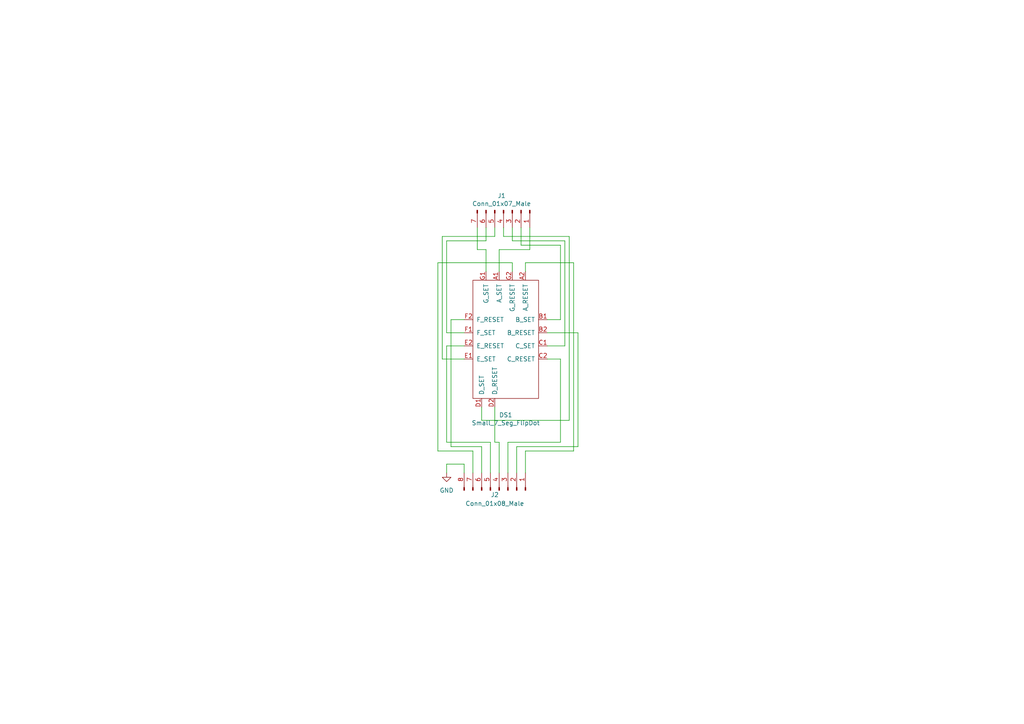
<source format=kicad_sch>
(kicad_sch (version 20220126) (generator eeschema)
  (paper "A4")
  (lib_symbols
    (symbol "Connector:Conn_01x07_Male" (pin_names (offset 1.016) hide)
      (property "Reference" "J" (at 0 10.16 0))
      (property "Value" "Conn_01x07_Male" (at 0 -10.16 0))
      (symbol "Conn_01x07_Male_1_1"
        (polyline (pts (xy 1.27 -7.62) (xy 0.8636 -7.62)) (stroke (width 0.1524)))
        (polyline (pts (xy 1.27 -5.08) (xy 0.8636 -5.08)) (stroke (width 0.1524)))
        (polyline (pts (xy 1.27 -2.54) (xy 0.8636 -2.54)) (stroke (width 0.1524)))
        (polyline (pts (xy 1.27 0) (xy 0.8636 0)) (stroke (width 0.1524)))
        (polyline (pts (xy 1.27 2.54) (xy 0.8636 2.54)) (stroke (width 0.1524)))
        (polyline (pts (xy 1.27 5.08) (xy 0.8636 5.08)) (stroke (width 0.1524)))
        (polyline (pts (xy 1.27 7.62) (xy 0.8636 7.62)) (stroke (width 0.1524)))
        (rectangle (start 0.8636 -7.493) (end 0 -7.747) (stroke (width 0.1524)) (fill (type outline)))
        (rectangle (start 0.8636 -4.953) (end 0 -5.207) (stroke (width 0.1524)) (fill (type outline)))
        (rectangle (start 0.8636 -2.413) (end 0 -2.667) (stroke (width 0.1524)) (fill (type outline)))
        (rectangle (start 0.8636 0.127) (end 0 -0.127) (stroke (width 0.1524)) (fill (type outline)))
        (rectangle (start 0.8636 2.667) (end 0 2.413) (stroke (width 0.1524)) (fill (type outline)))
        (rectangle (start 0.8636 5.207) (end 0 4.953) (stroke (width 0.1524)) (fill (type outline)))
        (rectangle (start 0.8636 7.747) (end 0 7.493) (stroke (width 0.1524)) (fill (type outline)))
        (pin passive line (at 5.08 7.62 180) (length 3.81) (name "Pin_1") (number "1"))
        (pin passive line (at 5.08 5.08 180) (length 3.81) (name "Pin_2") (number "2"))
        (pin passive line (at 5.08 2.54 180) (length 3.81) (name "Pin_3") (number "3"))
        (pin passive line (at 5.08 0 180) (length 3.81) (name "Pin_4") (number "4"))
        (pin passive line (at 5.08 -2.54 180) (length 3.81) (name "Pin_5") (number "5"))
        (pin passive line (at 5.08 -5.08 180) (length 3.81) (name "Pin_6") (number "6"))
        (pin passive line (at 5.08 -7.62 180) (length 3.81) (name "Pin_7") (number "7"))
      )
    )
    (symbol "Connector:Conn_01x08_Male" (pin_names (offset 1.016) hide)
      (property "Reference" "J" (at 0 10.16 0))
      (property "Value" "Conn_01x08_Male" (at 0 -12.7 0))
      (symbol "Conn_01x08_Male_1_1"
        (polyline (pts (xy 1.27 -10.16) (xy 0.8636 -10.16)) (stroke (width 0.1524)))
        (polyline (pts (xy 1.27 -7.62) (xy 0.8636 -7.62)) (stroke (width 0.1524)))
        (polyline (pts (xy 1.27 -5.08) (xy 0.8636 -5.08)) (stroke (width 0.1524)))
        (polyline (pts (xy 1.27 -2.54) (xy 0.8636 -2.54)) (stroke (width 0.1524)))
        (polyline (pts (xy 1.27 0) (xy 0.8636 0)) (stroke (width 0.1524)))
        (polyline (pts (xy 1.27 2.54) (xy 0.8636 2.54)) (stroke (width 0.1524)))
        (polyline (pts (xy 1.27 5.08) (xy 0.8636 5.08)) (stroke (width 0.1524)))
        (polyline (pts (xy 1.27 7.62) (xy 0.8636 7.62)) (stroke (width 0.1524)))
        (rectangle (start 0.8636 -10.033) (end 0 -10.287) (stroke (width 0.1524)) (fill (type outline)))
        (rectangle (start 0.8636 -7.493) (end 0 -7.747) (stroke (width 0.1524)) (fill (type outline)))
        (rectangle (start 0.8636 -4.953) (end 0 -5.207) (stroke (width 0.1524)) (fill (type outline)))
        (rectangle (start 0.8636 -2.413) (end 0 -2.667) (stroke (width 0.1524)) (fill (type outline)))
        (rectangle (start 0.8636 0.127) (end 0 -0.127) (stroke (width 0.1524)) (fill (type outline)))
        (rectangle (start 0.8636 2.667) (end 0 2.413) (stroke (width 0.1524)) (fill (type outline)))
        (rectangle (start 0.8636 5.207) (end 0 4.953) (stroke (width 0.1524)) (fill (type outline)))
        (rectangle (start 0.8636 7.747) (end 0 7.493) (stroke (width 0.1524)) (fill (type outline)))
        (pin passive line (at 5.08 7.62 180) (length 3.81) (name "Pin_1") (number "1"))
        (pin passive line (at 5.08 5.08 180) (length 3.81) (name "Pin_2") (number "2"))
        (pin passive line (at 5.08 2.54 180) (length 3.81) (name "Pin_3") (number "3"))
        (pin passive line (at 5.08 0 180) (length 3.81) (name "Pin_4") (number "4"))
        (pin passive line (at 5.08 -2.54 180) (length 3.81) (name "Pin_5") (number "5"))
        (pin passive line (at 5.08 -5.08 180) (length 3.81) (name "Pin_6") (number "6"))
        (pin passive line (at 5.08 -7.62 180) (length 3.81) (name "Pin_7") (number "7"))
        (pin passive line (at 5.08 -10.16 180) (length 3.81) (name "Pin_8") (number "8"))
      )
    )
    (symbol "mio:Small_7_Seg_FlipDot" (pin_names (offset 1.016))
      (property "Reference" "DS" (at 12.7 -43.18 0))
      (property "Value" "mio_Small_7_Seg_FlipDot" (at 12.7 -40.64 0))
      (symbol "Small_7_Seg_FlipDot_0_1"
        (rectangle (start -5.08 -5.08) (end 13.97 -39.37))
      )
      (symbol "Small_7_Seg_FlipDot_1_1"
        (pin passive line (at 2.54 -2.54 270) (length 2.54) (name "A_SET") (number "A1"))
        (pin passive line (at 10.16 -2.54 270) (length 2.54) (name "A_RESET") (number "A2"))
        (pin passive line (at 16.51 -16.51 180) (length 2.54) (name "B_SET") (number "B1"))
        (pin passive line (at 16.51 -20.32 180) (length 2.54) (name "B_RESET") (number "B2"))
        (pin passive line (at 16.51 -24.13 180) (length 2.54) (name "C_SET") (number "C1"))
        (pin passive line (at 16.51 -27.94 180) (length 2.54) (name "C_RESET") (number "C2"))
        (pin passive line (at -2.54 -41.91 90) (length 2.54) (name "D_SET") (number "D1"))
        (pin passive line (at 1.27 -41.91 90) (length 2.54) (name "D_RESET") (number "D2"))
        (pin passive line (at -7.62 -27.94 0) (length 2.54) (name "E_SET") (number "E1"))
        (pin passive line (at -7.62 -24.13 0) (length 2.54) (name "E_RESET") (number "E2"))
        (pin passive line (at -7.62 -20.32 0) (length 2.54) (name "F_SET") (number "F1"))
        (pin passive line (at -7.62 -16.51 0) (length 2.54) (name "F_RESET") (number "F2"))
        (pin passive line (at -1.27 -2.54 270) (length 2.54) (name "G_SET") (number "G1"))
        (pin passive line (at 6.35 -2.54 270) (length 2.54) (name "G_RESET") (number "G2"))
      )
    )
    (symbol "power:GND" (power) (pin_names (offset 0))
      (property "Value" "GND" (at 0 -3.81 0))
      (symbol "GND_0_1"
        (polyline (pts (xy 0 0) (xy 0 -1.27) (xy 1.27 -1.27) (xy 0 -2.54) (xy -1.27 -1.27) (xy 0 -1.27)))
      )
      (symbol "GND_1_1"
        (pin power_in line (at 0 0 270) (length 0) hide (name "GND") (number "1"))
      )
    )
  )
  (wire (pts (xy 167.64 96.52) (xy 167.64 129.54)))
  (wire (pts (xy 153.67 72.39) (xy 153.67 66.04)))
  (wire (pts (xy 144.78 72.39) (xy 153.67 72.39)))
  (wire (pts (xy 162.56 92.71) (xy 162.56 71.12)))
  (wire (pts (xy 129.54 69.85) (xy 140.97 69.85)))
  (wire (pts (xy 134.62 134.62) (xy 134.62 137.16)))
  (wire (pts (xy 148.59 69.85) (xy 148.59 66.04)))
  (wire (pts (xy 165.1 68.58) (xy 146.05 68.58)))
  (wire (pts (xy 144.78 78.74) (xy 144.78 72.39)))
  (wire (pts (xy 158.75 92.71) (xy 162.56 92.71)))
  (wire (pts (xy 148.59 78.74) (xy 148.59 76.2)))
  (wire (pts (xy 165.1 121.92) (xy 165.1 68.58)))
  (wire (pts (xy 158.75 100.33) (xy 163.83 100.33)))
  (wire (pts (xy 129.54 128.27) (xy 142.24 128.27)))
  (wire (pts (xy 134.62 92.71) (xy 130.81 92.71)))
  (wire (pts (xy 149.86 129.54) (xy 149.86 137.16)))
  (wire (pts (xy 129.54 137.16) (xy 129.54 134.62)))
  (wire (pts (xy 128.27 68.58) (xy 143.51 68.58)))
  (wire (pts (xy 162.56 128.27) (xy 147.32 128.27)))
  (wire (pts (xy 143.51 128.27) (xy 144.78 128.27)))
  (wire (pts (xy 129.54 134.62) (xy 134.62 134.62)))
  (wire (pts (xy 167.64 129.54) (xy 149.86 129.54)))
  (wire (pts (xy 127 130.81) (xy 137.16 130.81)))
  (wire (pts (xy 129.54 96.52) (xy 129.54 69.85)))
  (wire (pts (xy 147.32 128.27) (xy 147.32 137.16)))
  (wire (pts (xy 140.97 78.74) (xy 140.97 72.39)))
  (wire (pts (xy 146.05 68.58) (xy 146.05 66.04)))
  (wire (pts (xy 162.56 71.12) (xy 151.13 71.12)))
  (wire (pts (xy 134.62 100.33) (xy 129.54 100.33)))
  (wire (pts (xy 163.83 69.85) (xy 148.59 69.85)))
  (wire (pts (xy 152.4 130.81) (xy 152.4 137.16)))
  (wire (pts (xy 139.7 121.92) (xy 165.1 121.92)))
  (wire (pts (xy 140.97 69.85) (xy 140.97 66.04)))
  (wire (pts (xy 143.51 68.58) (xy 143.51 66.04)))
  (wire (pts (xy 152.4 78.74) (xy 152.4 76.2)))
  (wire (pts (xy 166.37 76.2) (xy 166.37 130.81)))
  (wire (pts (xy 129.54 100.33) (xy 129.54 128.27)))
  (wire (pts (xy 152.4 76.2) (xy 166.37 76.2)))
  (wire (pts (xy 162.56 104.14) (xy 162.56 128.27)))
  (wire (pts (xy 140.97 72.39) (xy 138.43 72.39)))
  (wire (pts (xy 130.81 92.71) (xy 130.81 129.54)))
  (wire (pts (xy 128.27 104.14) (xy 128.27 68.58)))
  (wire (pts (xy 166.37 130.81) (xy 152.4 130.81)))
  (wire (pts (xy 158.75 96.52) (xy 167.64 96.52)))
  (wire (pts (xy 142.24 128.27) (xy 142.24 137.16)))
  (wire (pts (xy 148.59 76.2) (xy 127 76.2)))
  (wire (pts (xy 139.7 129.54) (xy 139.7 137.16)))
  (wire (pts (xy 144.78 128.27) (xy 144.78 137.16)))
  (wire (pts (xy 134.62 104.14) (xy 128.27 104.14)))
  (wire (pts (xy 130.81 129.54) (xy 139.7 129.54)))
  (wire (pts (xy 134.62 96.52) (xy 129.54 96.52)))
  (wire (pts (xy 138.43 72.39) (xy 138.43 66.04)))
  (wire (pts (xy 139.7 118.11) (xy 139.7 121.92)))
  (wire (pts (xy 143.51 118.11) (xy 143.51 128.27)))
  (wire (pts (xy 158.75 104.14) (xy 162.56 104.14)))
  (wire (pts (xy 137.16 130.81) (xy 137.16 137.16)))
  (wire (pts (xy 127 76.2) (xy 127 130.81)))
  (wire (pts (xy 163.83 100.33) (xy 163.83 69.85)))
  (wire (pts (xy 151.13 71.12) (xy 151.13 66.04)))
  (symbol (lib_id "mio:Small_7_Seg_FlipDot") (at 142.24 76.2 0) (unit 1)
    (property "Reference" "DS1" (at 146.685 120.3706 0))
    (property "Value" "Small_7_Seg_FlipDot" (at 146.685 122.682 0))
    (property "Footprint" "mio:Small_7_Seg_FlipDot" (effects hide))
  )
  (symbol (lib_id "Connector:Conn_01x07_Male") (at 146.05 60.96 270) (unit 1)
    (property "Reference" "J1" (at 145.4912 56.769 90))
    (property "Value" "Conn_01x07_Male" (at 145.4912 59.0804 90))
    (property "Footprint" "Connector_PinHeader_2.54mm:PinHeader_1x07_P2.54mm_Vertical" (effects hide))
  )
  (symbol (lib_id "Connector:Conn_01x08_Male") (at 144.78 142.24 270) (mirror x) (unit 1)
    (property "Reference" "J2" (at 143.51 143.51 90))
    (property "Value" "Conn_01x08_Male" (at 143.51 146.05 90))
    (property "Footprint" "Connector_PinHeader_2.54mm:PinHeader_1x08_P2.54mm_Vertical" (effects hide))
  )
  (symbol (lib_id "power:GND") (at 129.54 137.16 0) (unit 1)
    (property "Reference" "#PWR?" (effects hide))
    (property "Value" "GND" (at 129.54 142.24 0))
  )
)
</source>
